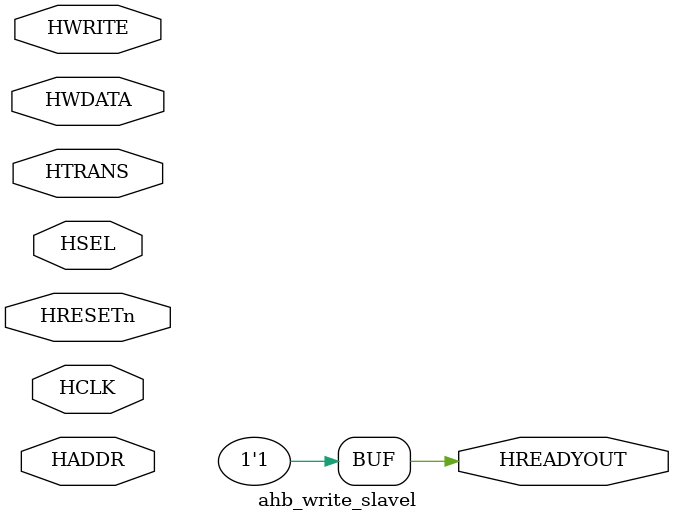
<source format=sv>
module ahb_write_slavel (
  input  logic         HCLK,
  input  logic         HRESETn,
  input  logic         HSEL,
  input  logic         HWRITE,
  input  logic [1:0]   HTRANS,
  input  logic [31:0]  HADDR,
  input  logic [31:0]  HWDATA,
  output logic         HREADYOUT
);

  logic [31:0] mem [0:255];

  assign HREADYOUT = 1;

  always_ff @(posedge HCLK or negedge HRESETn) begin
    if (!HRESETn) begin
      int i;
      for (i = 0; i < 256; i++)
        mem[i] <= 0;
    end else begin
      if (HSEL && HWRITE && HTRANS[1]) begin
        mem[HADDR[9:2]] <= HWDATA;
      end
    end
  end

endmodule

</source>
